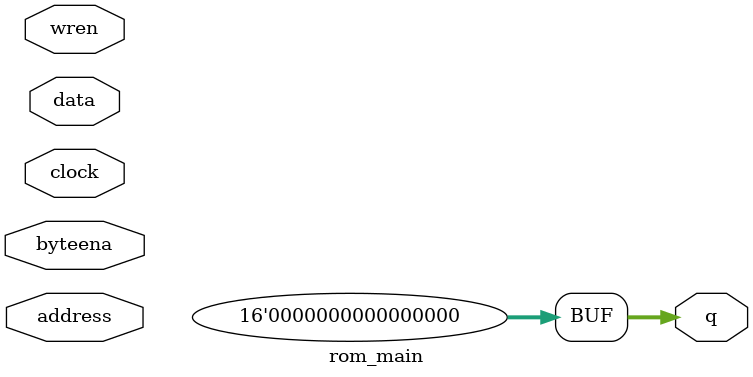
<source format=v>
module rom_main(	// file.cleaned.mlir:2:3
  input  [17:0] address,	// file.cleaned.mlir:2:26
  input  [1:0]  byteena,	// file.cleaned.mlir:2:45
  input         clock,	// file.cleaned.mlir:2:63
  input  [15:0] data,	// file.cleaned.mlir:2:79
  input         wren,	// file.cleaned.mlir:2:95
  output [15:0] q	// file.cleaned.mlir:2:111
);

  assign q = 16'h0;	// file.cleaned.mlir:3:15, :4:5
endmodule


</source>
